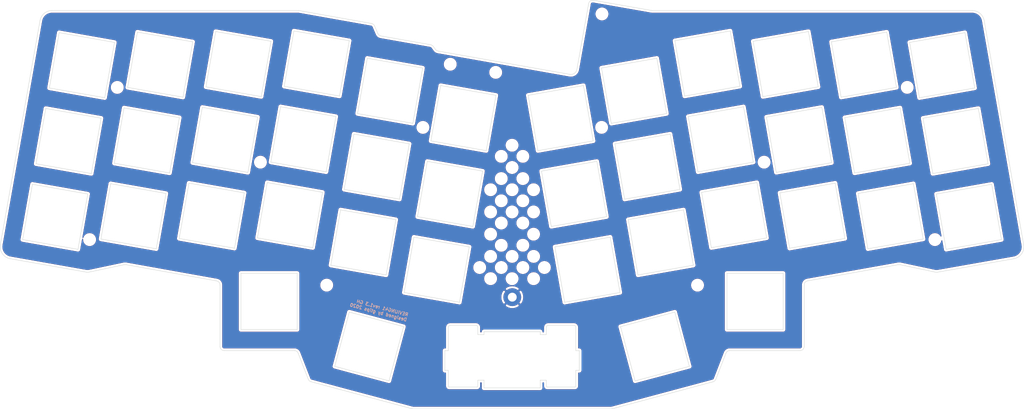
<source format=kicad_pcb>
(kicad_pcb (version 20171130) (host pcbnew "(5.1.9-0-10_14)")
  (title_block (title "REVIUNG41 TOP PLATE") (date 2020-04-01) (rev 1.3))
  (layers (0 F.Cu signal) (31 B.Cu signal) (34 B.Paste user) (35 F.Paste user) (36 B.SilkS user) (37 F.SilkS user) (38 B.Mask user) (39 F.Mask user) (44 Edge.Cuts user))
  (net 0 "")
  (net 1 GND)
  (module _reviung-kbd:HOLE_2.2mm (layer F.Cu) (at 144.75 81.26)
    (fp_text reference Ref**)
    (fp_text value Val**)
    (pad "" np_thru_hole circle (at 0 0) (size 2.2 2.2) (drill 2.2) (layers *.Cu *.Mask))
  )
  (module _reviung-kbd:HOLE_2.2mm (layer F.Cu) (at 142.08 84.01)
    (fp_text reference Ref**)
    (fp_text value Val**)
    (pad "" np_thru_hole circle (at 0 0) (size 2.2 2.2) (drill 2.2) (layers *.Cu *.Mask))
  )
  (module _reviung-kbd:HOLE_2.2mm (layer F.Cu) (at 147.42 84.01)
    (fp_text reference Ref**)
    (fp_text value Val**)
    (pad "" np_thru_hole circle (at 0 0) (size 2.2 2.2) (drill 2.2) (layers *.Cu *.Mask))
  )
  (module _reviung-kbd:HOLE_2.2mm (layer F.Cu) (at 139.44 114.27)
    (fp_text reference Ref**)
    (fp_text value Val**)
    (pad "" np_thru_hole circle (at 0 0) (size 2.2 2.2) (drill 2.2) (layers *.Cu *.Mask))
  )
  (module _reviung-kbd:HOLE_2.2mm (layer F.Cu) (at 144.75 114.28)
    (fp_text reference Ref**)
    (fp_text value Val**)
    (pad "" np_thru_hole circle (at 0 0) (size 2.2 2.2) (drill 2.2) (layers *.Cu *.Mask))
  )
  (module _reviung-kbd:HOLE_2.2mm (layer F.Cu) (at 150.08 114.28)
    (fp_text reference Ref**)
    (fp_text value Val**)
    (pad "" np_thru_hole circle (at 0 0) (size 2.2 2.2) (drill 2.2) (layers *.Cu *.Mask))
  )
  (module _reviung-kbd:HOLE_2.2mm (layer F.Cu) (at 152.75 111.52)
    (fp_text reference Ref**)
    (fp_text value Val**)
    (pad "" np_thru_hole circle (at 0 0) (size 2.2 2.2) (drill 2.2) (layers *.Cu *.Mask))
  )
  (module _reviung-kbd:HOLE_2.2mm (layer F.Cu) (at 147.43 111.52)
    (fp_text reference Ref**)
    (fp_text value Val**)
    (pad "" np_thru_hole circle (at 0 0) (size 2.2 2.2) (drill 2.2) (layers *.Cu *.Mask))
  )
  (module _reviung-kbd:HOLE_2.2mm (layer F.Cu) (at 142.08 111.52)
    (fp_text reference Ref**)
    (fp_text value Val**)
    (pad "" np_thru_hole circle (at 0 0) (size 2.2 2.2) (drill 2.2) (layers *.Cu *.Mask))
  )
  (module _reviung-kbd:HOLE_2.2mm (layer F.Cu) (at 136.74 111.52)
    (fp_text reference Ref**)
    (fp_text value Val**)
    (pad "" np_thru_hole circle (at 0 0) (size 2.2 2.2) (drill 2.2) (layers *.Cu *.Mask))
  )
  (module _reviung-kbd:HOLE_2.2mm (layer F.Cu) (at 150.08 108.77)
    (fp_text reference Ref**)
    (fp_text value Val**)
    (pad "" np_thru_hole circle (at 0 0) (size 2.2 2.2) (drill 2.2) (layers *.Cu *.Mask))
  )
  (module _reviung-kbd:HOLE_2.2mm (layer F.Cu) (at 144.76 108.77)
    (fp_text reference Ref**)
    (fp_text value Val**)
    (pad "" np_thru_hole circle (at 0 0) (size 2.2 2.2) (drill 2.2) (layers *.Cu *.Mask))
  )
  (module _reviung-kbd:HOLE_2.2mm (layer F.Cu) (at 139.44 108.77)
    (fp_text reference Ref**)
    (fp_text value Val**)
    (pad "" np_thru_hole circle (at 0 0) (size 2.2 2.2) (drill 2.2) (layers *.Cu *.Mask))
  )
  (module _reviung-kbd:HOLE_2.2mm (layer F.Cu) (at 147.42 106.01)
    (fp_text reference Ref**)
    (fp_text value Val**)
    (pad "" np_thru_hole circle (at 0 0) (size 2.2 2.2) (drill 2.2) (layers *.Cu *.Mask))
  )
  (module _reviung-kbd:HOLE_2.2mm (layer F.Cu) (at 142.08 106.02)
    (fp_text reference Ref**)
    (fp_text value Val**)
    (pad "" np_thru_hole circle (at 0 0) (size 2.2 2.2) (drill 2.2) (layers *.Cu *.Mask))
  )
  (module _reviung-kbd:HOLE_2.2mm (layer F.Cu) (at 150.07 103.27)
    (fp_text reference Ref**)
    (fp_text value Val**)
    (pad "" np_thru_hole circle (at 0 0) (size 2.2 2.2) (drill 2.2) (layers *.Cu *.Mask))
  )
  (module _reviung-kbd:HOLE_2.2mm (layer F.Cu) (at 139.44 103.27)
    (fp_text reference Ref**)
    (fp_text value Val**)
    (pad "" np_thru_hole circle (at 0 0) (size 2.2 2.2) (drill 2.2) (layers *.Cu *.Mask))
  )
  (module _reviung-kbd:HOLE_2.2mm (layer F.Cu) (at 147.42 100.51)
    (fp_text reference Ref**)
    (fp_text value Val**)
    (pad "" np_thru_hole circle (at 0 0) (size 2.2 2.2) (drill 2.2) (layers *.Cu *.Mask))
  )
  (module _reviung-kbd:HOLE_2.2mm (layer F.Cu) (at 142.09 100.51)
    (fp_text reference Ref**)
    (fp_text value Val**)
    (pad "" np_thru_hole circle (at 0 0) (size 2.2 2.2) (drill 2.2) (layers *.Cu *.Mask))
  )
  (module _reviung-kbd:HOLE_2.2mm (layer F.Cu) (at 150.07 97.77)
    (fp_text reference Ref**)
    (fp_text value Val**)
    (pad "" np_thru_hole circle (at 0 0) (size 2.2 2.2) (drill 2.2) (layers *.Cu *.Mask))
  )
  (module _reviung-kbd:HOLE_2.2mm (layer F.Cu) (at 144.75 97.77)
    (fp_text reference Ref**)
    (fp_text value Val**)
    (pad "" np_thru_hole circle (at 0 0) (size 2.2 2.2) (drill 2.2) (layers *.Cu *.Mask))
  )
  (module _reviung-kbd:HOLE_2.2mm (layer F.Cu) (at 139.44 97.77)
    (fp_text reference Ref**)
    (fp_text value Val**)
    (pad "" np_thru_hole circle (at 0 0) (size 2.2 2.2) (drill 2.2) (layers *.Cu *.Mask))
  )
  (module _reviung-kbd:HOLE_2.2mm (layer F.Cu) (at 147.42 95.01)
    (fp_text reference Ref**)
    (fp_text value Val**)
    (pad "" np_thru_hole circle (at 0 0) (size 2.2 2.2) (drill 2.2) (layers *.Cu *.Mask))
  )
  (module _reviung-kbd:HOLE_2.2mm (layer F.Cu) (at 142.08 95.01)
    (fp_text reference Ref**)
    (fp_text value Val**)
    (pad "" np_thru_hole circle (at 0 0) (size 2.2 2.2) (drill 2.2) (layers *.Cu *.Mask))
  )
  (module _reviung-kbd:HOLE_2.2mm (layer F.Cu) (at 150.07 92.27)
    (fp_text reference Ref**)
    (fp_text value Val**)
    (pad "" np_thru_hole circle (at 0 0) (size 2.2 2.2) (drill 2.2) (layers *.Cu *.Mask))
  )
  (module _reviung-kbd:HOLE_2.2mm (layer F.Cu) (at 144.76 92.27)
    (fp_text reference Ref**)
    (fp_text value Val**)
    (pad "" np_thru_hole circle (at 0 0) (size 2.2 2.2) (drill 2.2) (layers *.Cu *.Mask))
  )
  (module _reviung-kbd:HOLE_2.2mm (layer F.Cu) (at 139.44 92.27)
    (fp_text reference Ref**)
    (fp_text value Val**)
    (pad "" np_thru_hole circle (at 0 0) (size 2.2 2.2) (drill 2.2) (layers *.Cu *.Mask))
  )
  (module _reviung-kbd:HOLE_2.2mm (layer F.Cu) (at 147.42 89.51)
    (fp_text reference Ref**)
    (fp_text value Val**)
    (pad "" np_thru_hole circle (at 0 0) (size 2.2 2.2) (drill 2.2) (layers *.Cu *.Mask))
  )
  (module _reviung-kbd:HOLE_2.2mm (layer F.Cu) (at 142.08 89.51)
    (fp_text reference Ref**)
    (fp_text value Val**)
    (pad "" np_thru_hole circle (at 0 0) (size 2.2 2.2) (drill 2.2) (layers *.Cu *.Mask))
  )
  (module _reviung-kbd:HOLE_2.2mm (layer F.Cu) (at 144.76 86.77)
    (fp_text reference Ref**)
    (fp_text value Val**)
    (pad "" np_thru_hole circle (at 0 0) (size 2.2 2.2) (drill 2.2) (layers *.Cu *.Mask))
  )
  (module _reviung-kbd:HOLE_2.2mm (layer F.Cu) (at 167 48.77)
    (fp_text reference H14 hide)
    (fp_text value H14 hide)
    (pad "" np_thru_hole circle (at 0 0) (size 2.2 2.2) (drill 2.2) (layers *.Cu *.Mask))
  )
  (module _reviung-kbd:HOLE_2.2mm (layer F.Cu) (at 140.7 63.23)
    (fp_text reference H13 hide)
    (fp_text value H13 hide)
    (pad "" np_thru_hole circle (at 0 0) (size 2.2 2.2) (drill 2.2) (layers *.Cu *.Mask))
  )
  (module _reviung-kbd:HOLE_2.2mm (layer F.Cu) (at 129.45 61.22)
    (fp_text reference H12 hide)
    (fp_text value H12 hide)
    (pad "" np_thru_hole circle (at 0 0) (size 2.2 2.2) (drill 2.2) (layers *.Cu *.Mask))
  )
  (module MountingHole:MountingHole_2.2mm_M2 (layer F.Cu) (at 249.4 104.61)
    (fp_text reference H10 hide)
    (fp_text value MountingHole_2.2mm_M2 hide)
    (pad 1 np_thru_hole circle (at 0 0) (size 2.2 2.2) (drill 2.2) (layers *.Cu *.Mask))
  )
  (module MountingHole:MountingHole_2.2mm_M2 (layer F.Cu) (at 242.54 66.94)
    (fp_text reference H9 hide)
    (fp_text value MountingHole_2.2mm_M2 hide)
    (pad 1 np_thru_hole circle (at 0 0) (size 2.2 2.2) (drill 2.2) (layers *.Cu *.Mask))
  )
  (module MountingHole:MountingHole_2.2mm_M2 (layer F.Cu) (at 207.12 85.45)
    (fp_text reference H8 hide)
    (fp_text value MountingHole_2.2mm_M2 hide)
    (pad 1 np_thru_hole circle (at 0 0) (size 2.2 2.2) (drill 2.2) (layers *.Cu *.Mask))
  )
  (module MountingHole:MountingHole_2.2mm_M2 (layer F.Cu) (at 190.65 115.89)
    (fp_text reference H7 hide)
    (fp_text value MountingHole_2.2mm_M2 hide)
    (pad 1 np_thru_hole circle (at 0 0) (size 2.2 2.2) (drill 2.2) (layers *.Cu *.Mask))
  )
  (module MountingHole:MountingHole_2.2mm_M2 (layer F.Cu) (at 166.91 76.84)
    (fp_text reference H6 hide)
    (fp_text value MountingHole_2.2mm_M2 hide)
    (pad 1 np_thru_hole circle (at 0 0) (size 2.2 2.2) (drill 2.2) (layers *.Cu *.Mask))
  )
  (module MountingHole:MountingHole_2.2mm_M2 (layer F.Cu) (at 98.88 115.88)
    (fp_text reference H5 hide)
    (fp_text value MountingHole_2.2mm_M2 hide)
    (pad 1 np_thru_hole circle (at 0 0) (size 2.2 2.2) (drill 2.2) (layers *.Cu *.Mask))
  )
  (module MountingHole:MountingHole_2.2mm_M2 (layer F.Cu) (at 122.69 76.85)
    (fp_text reference H4 hide)
    (fp_text value MountingHole_2.2mm_M2 hide)
    (pad 1 np_thru_hole circle (at 0 0) (size 2.2 2.2) (drill 2.2) (layers *.Cu *.Mask))
  )
  (module MountingHole:MountingHole_2.2mm_M2 (layer F.Cu) (at 82.48 85.45)
    (fp_text reference H3 hide)
    (fp_text value MountingHole_2.2mm_M2 hide)
    (pad 1 np_thru_hole circle (at 0 0) (size 2.2 2.2) (drill 2.2) (layers *.Cu *.Mask))
  )
  (module MountingHole:MountingHole_2.2mm_M2 (layer F.Cu) (at 40.2 104.61)
    (fp_text reference H2 hide)
    (fp_text value MountingHole_2.2mm_M2 hide)
    (pad 1 np_thru_hole circle (at 0 0) (size 2.2 2.2) (drill 2.2) (layers *.Cu *.Mask))
  )
  (module MountingHole:MountingHole_2.2mm_M2 (layer F.Cu) (at 47.05 66.95)
    (fp_text reference H11 hide)
    (fp_text value MountingHole_2.2mm_M2 hide)
    (pad 1 np_thru_hole circle (at 0 0) (size 2.2 2.2) (drill 2.2) (layers *.Cu *.Mask))
  )
  (module MountingHole:MountingHole_2.2mm_M2_Pad (layer F.Cu) (at 144.8 118.86)
    (fp_text reference H1 hide)
    (fp_text value MountingHole_Pad hide)
    (pad 1 thru_hole circle (at 0 0) (size 4.4 4.4) (drill 2.2) (layers *.Cu *.Mask) (net 1 GND))
  )
  (gr_curve (pts (xy 136.288662 140.846668) (xy 136.288662 140.984731) (xy 136.17674 141.096675) (xy 136.038656 141.096675)) (layer Edge.Cuts) (width 0.1))
  (gr_curve (pts (xy 151.710029 139.387563) (xy 151.710029 139.387563) (xy 151.710029 141.324029) (xy 151.710029 141.324029)) (layer Edge.Cuts) (width 0.1))
  (gr_line (start 170.195292 80.911416) (end 183.88412 78.497718) (layer Edge.Cuts) (width 0.1))
  (gr_line (start 169.03929 104.013129) (end 171.452989 117.701957) (layer Edge.Cuts) (width 0.1))
  (gr_line (start 157.76416 120.115656) (end 155.350462 106.426827) (layer Edge.Cuts) (width 0.1))
  (gr_curve (pts (xy 160.54024 140.846668) (xy 160.54024 140.984731) (xy 160.428295 141.096675) (xy 160.290233 141.096675)) (layer Edge.Cuts) (width 0.1))
  (gr_curve (pts (xy 153.72485 125.831823) (xy 153.72485 125.831823) (xy 160.040227 125.831823) (xy 160.040227 125.831823)) (layer Edge.Cuts) (width 0.1))
  (gr_curve (pts (xy 129.463713 125.831823) (xy 129.463713 125.831823) (xy 135.788671 125.831823) (xy 135.788671 125.831823)) (layer Edge.Cuts) (width 0.1))
  (gr_curve (pts (xy 136.288662 139.387563) (xy 136.288662 139.387563) (xy 136.288662 140.846668) (xy 136.288662 140.846668)) (layer Edge.Cuts) (width 0.1))
  (gr_curve (pts (xy 153.474865 141.096675) (xy 153.336782 141.096675) (xy 153.224859 140.984731) (xy 153.224859 140.846668)) (layer Edge.Cuts) (width 0.1))
  (gr_curve (pts (xy 137.802028 127.418591) (xy 137.802028 127.418591) (xy 151.711472 127.418591) (xy 151.711472 127.418591)) (layer Edge.Cuts) (width 0.1))
  (gr_curve (pts (xy 161.375589 132.087212) (xy 161.375589 132.087212) (xy 161.375589 136.977288) (xy 161.375589 136.977288)) (layer Edge.Cuts) (width 0.1))
  (gr_curve (pts (xy 160.040227 125.831823) (xy 160.316373 125.831823) (xy 160.54024 126.055689) (xy 160.54024 126.331835)) (layer Edge.Cuts) (width 0.1))
  (gr_curve (pts (xy 151.711472 128.116696) (xy 151.711472 128.116696) (xy 153.224859 128.116696) (xy 153.224859 128.116696)) (layer Edge.Cuts) (width 0.1))
  (gr_curve (pts (xy 153.224859 126.331835) (xy 153.224859 126.055689) (xy 153.448726 125.831823) (xy 153.72485 125.831823)) (layer Edge.Cuts) (width 0.1))
  (gr_curve (pts (xy 128.963722 126.331835) (xy 128.963722 126.055689) (xy 129.187567 125.831823) (xy 129.463713 125.831823)) (layer Edge.Cuts) (width 0.1))
  (gr_curve (pts (xy 128.128351 132.087212) (xy 128.128351 132.087212) (xy 128.963722 132.087212) (xy 128.963722 132.087212)) (layer Edge.Cuts) (width 0.1))
  (gr_curve (pts (xy 160.54024 136.977288) (xy 160.54024 136.977288) (xy 160.54024 140.846668) (xy 160.54024 140.846668)) (layer Edge.Cuts) (width 0.1))
  (gr_curve (pts (xy 137.802028 128.116696) (xy 137.802028 128.116696) (xy 137.802028 127.418591) (xy 137.802028 127.418591)) (layer Edge.Cuts) (width 0.1))
  (gr_curve (pts (xy 135.788671 125.831823) (xy 136.064795 125.831823) (xy 136.288662 126.055689) (xy 136.288662 126.331835)) (layer Edge.Cuts) (width 0.1))
  (gr_line (start 120.463681 104.013172) (end 134.152509 106.426892) (layer Edge.Cuts) (width 0.1))
  (gr_curve (pts (xy 151.710029 141.324029) (xy 151.710029 141.324029) (xy 137.803471 141.324029) (xy 137.803471 141.324029)) (layer Edge.Cuts) (width 0.1))
  (gr_curve (pts (xy 160.290233 141.096675) (xy 160.290233 141.096675) (xy 153.474865 141.096675) (xy 153.474865 141.096675)) (layer Edge.Cuts) (width 0.1))
  (gr_curve (pts (xy 153.224859 140.846668) (xy 153.224859 140.846668) (xy 153.224859 139.387563) (xy 153.224859 139.387563)) (layer Edge.Cuts) (width 0.1))
  (gr_curve (pts (xy 136.288662 126.331835) (xy 136.288662 126.331835) (xy 136.288662 128.116696) (xy 136.288662 128.116696)) (layer Edge.Cuts) (width 0.1))
  (gr_curve (pts (xy 128.128351 136.977288) (xy 128.128351 136.977288) (xy 128.128351 132.087212) (xy 128.128351 132.087212)) (layer Edge.Cuts) (width 0.1))
  (gr_curve (pts (xy 128.963722 140.846668) (xy 128.963722 140.846668) (xy 128.963722 136.977288) (xy 128.963722 136.977288)) (layer Edge.Cuts) (width 0.1))
  (gr_curve (pts (xy 129.213706 141.096675) (xy 129.075644 141.096675) (xy 128.963722 140.984731) (xy 128.963722 140.846668)) (layer Edge.Cuts) (width 0.1))
  (gr_curve (pts (xy 136.038656 141.096675) (xy 136.038656 141.096675) (xy 129.213706 141.096675) (xy 129.213706 141.096675)) (layer Edge.Cuts) (width 0.1))
  (gr_curve (pts (xy 153.224859 139.387563) (xy 153.224859 139.387563) (xy 151.710029 139.387563) (xy 151.710029 139.387563)) (layer Edge.Cuts) (width 0.1))
  (gr_curve (pts (xy 137.803471 141.324029) (xy 137.803471 141.324029) (xy 137.803471 139.387563) (xy 137.803471 139.387563)) (layer Edge.Cuts) (width 0.1))
  (gr_line (start 103.205152 92.18659) (end 105.61885 78.497761) (layer Edge.Cuts) (width 0.1))
  (gr_line (start 117.898946 126.148769) (end 114.301362 139.575146) (layer Edge.Cuts) (width 0.1))
  (gr_line (start 134.152509 106.426892) (end 131.738789 120.11572) (layer Edge.Cuts) (width 0.1))
  (gr_line (start 155.350462 106.426827) (end 169.03929 104.013129) (layer Edge.Cuts) (width 0.1))
  (gr_line (start 119.307679 80.911481) (end 116.89398 94.60031) (layer Edge.Cuts) (width 0.1))
  (gr_line (start 186.297819 92.186546) (end 172.60899 94.600245) (layer Edge.Cuts) (width 0.1))
  (gr_line (start 183.88412 78.497718) (end 186.297819 92.186546) (layer Edge.Cuts) (width 0.1))
  (gr_curve (pts (xy 160.54024 126.331835) (xy 160.54024 126.331835) (xy 160.54024 132.087212) (xy 160.54024 132.087212)) (layer Edge.Cuts) (width 0.1))
  (gr_line (start 171.452989 117.701957) (end 157.76416 120.115656) (layer Edge.Cuts) (width 0.1))
  (gr_curve (pts (xy 160.54024 132.087212) (xy 160.54024 132.087212) (xy 161.375589 132.087212) (xy 161.375589 132.087212)) (layer Edge.Cuts) (width 0.1))
  (gr_curve (pts (xy 153.224859 128.116696) (xy 153.224859 128.116696) (xy 153.224859 126.331835) (xy 153.224859 126.331835)) (layer Edge.Cuts) (width 0.1))
  (gr_curve (pts (xy 151.711472 127.418591) (xy 151.711472 127.418591) (xy 151.711472 128.116696) (xy 151.711472 128.116696)) (layer Edge.Cuts) (width 0.1))
  (gr_curve (pts (xy 161.375589 136.977288) (xy 161.375589 136.977288) (xy 160.54024 136.977288) (xy 160.54024 136.977288)) (layer Edge.Cuts) (width 0.1))
  (gr_curve (pts (xy 136.288662 128.116696) (xy 136.288662 128.116696) (xy 137.802028 128.116696) (xy 137.802028 128.116696)) (layer Edge.Cuts) (width 0.1))
  (gr_line (start 131.738789 120.11572) (end 118.049961 117.702) (layer Edge.Cuts) (width 0.1))
  (gr_line (start 105.61885 78.497761) (end 119.307679 80.911481) (layer Edge.Cuts) (width 0.1))
  (gr_line (start 116.89398 94.60031) (end 103.205152 92.18659) (layer Edge.Cuts) (width 0.1))
  (gr_curve (pts (xy 137.803471 139.387563) (xy 137.803471 139.387563) (xy 136.288662 139.387563) (xy 136.288662 139.387563)) (layer Edge.Cuts) (width 0.1))
  (gr_curve (pts (xy 128.963722 132.087212) (xy 128.963722 132.087212) (xy 128.963722 126.331835) (xy 128.963722 126.331835)) (layer Edge.Cuts) (width 0.1))
  (gr_curve (pts (xy 128.963722 136.977288) (xy 128.963722 136.977288) (xy 128.128351 136.977288) (xy 128.128351 136.977288)) (layer Edge.Cuts) (width 0.1))
  (gr_line (start 118.049961 117.702) (end 120.463681 104.013172) (layer Edge.Cuts) (width 0.1))
  (gr_line (start 64.789689 90.642369) (end 78.478517 93.056067) (layer Edge.Cuts) (width 0.1))
  (gr_line (start 43.944083 69.501389) (end 30.255255 67.087669) (layer Edge.Cuts) (width 0.1))
  (gr_line (start 49.623603 66.948854) (end 52.037323 53.260025) (layer Edge.Cuts) (width 0.1))
  (gr_line (start 62.375969 104.331197) (end 64.789689 90.642369) (layer Edge.Cuts) (width 0.1))
  (gr_line (start 48.729321 72.020594) (end 62.41815 74.434314) (layer Edge.Cuts) (width 0.1))
  (gr_line (start 82.680802 69.223715) (end 68.991973 66.810016) (layer Edge.Cuts) (width 0.1))
  (gr_line (start 52.037323 53.260025) (end 65.726152 55.673723) (layer Edge.Cuts) (width 0.1))
  (gr_line (start 56.696449 106.883733) (end 43.00762 104.470013) (layer Edge.Cuts) (width 0.1))
  (gr_line (start 46.315601 85.709422) (end 48.729321 72.020594) (layer Edge.Cuts) (width 0.1))
  (gr_line (start 40.636081 88.26198) (end 26.947253 85.84826) (layer Edge.Cuts) (width 0.1))
  (gr_line (start 29.360973 72.159431) (end 43.049801 74.573151) (layer Edge.Cuts) (width 0.1))
  (gr_line (start 115.999677 99.672071) (end 113.585978 113.3609) (layer Edge.Cuts) (width 0.1))
  (gr_line (start 104.460458 55.394994) (end 102.04676 69.083822) (layer Edge.Cuts) (width 0.1))
  (gr_line (start 65.683971 85.570607) (end 68.097669 71.881778) (layer Edge.Cuts) (width 0.1))
  (gr_line (start 113.585978 113.3609) (end 99.89715 110.94718) (layer Edge.Cuts) (width 0.1))
  (gr_line (start 108.926852 59.737192) (end 122.615681 62.150891) (layer Edge.Cuts) (width 0.1))
  (gr_line (start 87.463649 71.741864) (end 101.152478 74.155563) (layer Edge.Cuts) (width 0.1))
  (gr_line (start 39.741799 93.33372) (end 37.328079 107.022549) (layer Edge.Cuts) (width 0.1))
  (gr_line (start 85.049929 85.430693) (end 87.463649 71.741864) (layer Edge.Cuts) (width 0.1))
  (gr_line (start 99.89715 110.94718) (end 102.310848 97.258351) (layer Edge.Cuts) (width 0.1))
  (gr_line (start 106.513132 73.425999) (end 108.926852 59.737192) (layer Edge.Cuts) (width 0.1))
  (gr_line (start 43.049801 74.573151) (end 40.636081 88.26198) (layer Edge.Cuts) (width 0.1))
  (gr_line (start 104.472569 122.551185) (end 117.898946 126.148769) (layer Edge.Cuts) (width 0.1))
  (gr_line (start 60.00443 88.123142) (end 46.315601 85.709422) (layer Edge.Cuts) (width 0.1))
  (gr_line (start 26.05297 90.920022) (end 39.741799 93.33372) (layer Edge.Cuts) (width 0.1))
  (gr_line (start 100.874985 135.977562) (end 104.472569 122.551185) (layer Edge.Cuts) (width 0.1))
  (gr_line (start 84.155647 90.502455) (end 97.844476 92.916153) (layer Edge.Cuts) (width 0.1))
  (gr_line (start 81.741927 104.191283) (end 84.155647 90.502455) (layer Edge.Cuts) (width 0.1))
  (gr_line (start 62.41815 74.434314) (end 60.00443 88.123142) (layer Edge.Cuts) (width 0.1))
  (gr_line (start 59.110147 93.194904) (end 56.696449 106.883733) (layer Edge.Cuts) (width 0.1))
  (gr_line (start 32.668953 53.398841) (end 46.357782 55.812561) (layer Edge.Cuts) (width 0.1))
  (gr_line (start 101.152478 74.155563) (end 98.738758 87.844391) (layer Edge.Cuts) (width 0.1))
  (gr_line (start 37.328079 107.022549) (end 23.63925 104.60885) (layer Edge.Cuts) (width 0.1))
  (gr_line (start 98.738758 87.844391) (end 85.049929 85.430693) (layer Edge.Cuts) (width 0.1))
  (gr_line (start 23.63925 104.60885) (end 26.05297 90.920022) (layer Edge.Cuts) (width 0.1))
  (gr_line (start 63.312432 69.362552) (end 49.623603 66.948854) (layer Edge.Cuts) (width 0.1))
  (gr_line (start 79.372799 87.984305) (end 65.683971 85.570607) (layer Edge.Cuts) (width 0.1))
  (gr_line (start 102.04676 69.083822) (end 88.357931 66.670102) (layer Edge.Cuts) (width 0.1))
  (gr_line (start 68.097669 71.881778) (end 81.786498 74.295477) (layer Edge.Cuts) (width 0.1))
  (gr_line (start 85.0945 55.534886) (end 82.680802 69.223715) (layer Edge.Cuts) (width 0.1))
  (gr_line (start 81.786498 74.295477) (end 79.372799 87.984305) (layer Edge.Cuts) (width 0.1))
  (gr_line (start 71.405672 53.121188) (end 85.0945 55.534886) (layer Edge.Cuts) (width 0.1))
  (gr_line (start 120.201961 75.839719) (end 106.513132 73.425999) (layer Edge.Cuts) (width 0.1))
  (gr_line (start 76.064797 106.744896) (end 62.375969 104.331197) (layer Edge.Cuts) (width 0.1))
  (gr_line (start 97.844476 92.916153) (end 95.430756 106.604982) (layer Edge.Cuts) (width 0.1))
  (gr_line (start 30.255255 67.087669) (end 32.668953 53.398841) (layer Edge.Cuts) (width 0.1))
  (gr_line (start 46.357782 55.812561) (end 43.944083 69.501389) (layer Edge.Cuts) (width 0.1))
  (gr_line (start 65.726152 55.673723) (end 63.312432 69.362552) (layer Edge.Cuts) (width 0.1))
  (gr_line (start 68.991973 66.810016) (end 71.405672 53.121188) (layer Edge.Cuts) (width 0.1))
  (gr_line (start 122.615681 62.150891) (end 120.201961 75.839719) (layer Edge.Cuts) (width 0.1))
  (gr_line (start 102.310848 97.258351) (end 115.999677 99.672071) (layer Edge.Cuts) (width 0.1))
  (gr_line (start 114.301362 139.575146) (end 100.874985 135.977562) (layer Edge.Cuts) (width 0.1))
  (gr_line (start 95.430756 106.604982) (end 81.741927 104.191283) (layer Edge.Cuts) (width 0.1))
  (gr_line (start 77.661681 126.86019) (end 77.661681 112.960198) (layer Edge.Cuts) (width 0.1))
  (gr_line (start 43.00762 104.470013) (end 45.421319 90.781184) (layer Edge.Cuts) (width 0.1))
  (gr_line (start 90.77163 52.981274) (end 104.460458 55.394994) (layer Edge.Cuts) (width 0.1))
  (gr_line (start 45.421319 90.781184) (end 59.110147 93.194904) (layer Edge.Cuts) (width 0.1))
  (gr_line (start 91.561672 112.960198) (end 91.561672 126.86019) (layer Edge.Cuts) (width 0.1))
  (gr_line (start 77.661681 112.960198) (end 91.561672 112.960198) (layer Edge.Cuts) (width 0.1))
  (gr_line (start 88.357931 66.670102) (end 90.77163 52.981274) (layer Edge.Cuts) (width 0.1))
  (gr_line (start 26.947253 85.84826) (end 29.360973 72.159431) (layer Edge.Cuts) (width 0.1))
  (gr_line (start 91.561672 126.86019) (end 77.661681 126.86019) (layer Edge.Cuts) (width 0.1))
  (gr_line (start 78.478517 93.056067) (end 76.064797 106.744896) (layer Edge.Cuts) (width 0.1))
  (gr_line (start 123.771661 85.252603) (end 137.46049 87.666301) (layer Edge.Cuts) (width 0.1))
  (gr_line (start 127.079663 66.492012) (end 140.768492 68.905711) (layer Edge.Cuts) (width 0.1))
  (gr_line (start 151.148199 82.594475) (end 148.734479 68.905646) (layer Edge.Cuts) (width 0.1))
  (gr_line (start 164.837027 80.180776) (end 151.148199 82.594475) (layer Edge.Cuts) (width 0.1))
  (gr_line (start 154.456179 101.355065) (end 152.042481 87.666237) (layer Edge.Cuts) (width 0.1))
  (gr_line (start 246.453191 74.573108) (end 260.14202 72.15941) (layer Edge.Cuts) (width 0.1))
  (gr_line (start 165.731309 85.252538) (end 168.145008 98.941367) (layer Edge.Cuts) (width 0.1))
  (gr_line (start 260.14202 72.15941) (end 262.555718 85.848238) (layer Edge.Cuts) (width 0.1))
  (gr_curve (pts (xy 240.964361 110.858216) (xy 240.964361 110.858216) (xy 249.381476 112.643445) (xy 249.381476 112.643445)) (layer Edge.Cuts) (width 0.1))
  (gr_line (start 166.887311 62.150848) (end 180.57614 59.737127) (layer Edge.Cuts) (width 0.1))
  (gr_line (start 187.454208 69.085889) (end 185.04051 55.397061) (layer Edge.Cuts) (width 0.1))
  (gr_curve (pts (xy 217.867113 114.831553) (xy 217.867113 114.831553) (xy 240.197984 110.845811) (xy 240.197984 110.845811)) (layer Edge.Cuts) (width 0.1))
  (gr_line (start 206.822191 69.223693) (end 204.408492 55.534865) (layer Edge.Cuts) (width 0.1))
  (gr_line (start 207.716473 74.295434) (end 221.405301 71.881735) (layer Edge.Cuts) (width 0.1))
  (gr_line (start 204.451039 85.43276) (end 190.76221 87.84648) (layer Edge.Cuts) (width 0.1))
  (gr_curve (pts (xy 217.042822 115.815995) (xy 217.042822 115.331492) (xy 217.390147 114.916685) (xy 217.867113 114.831553)) (layer Edge.Cuts) (width 0.1))
  (gr_line (start 182.989838 73.425956) (end 169.30101 75.839676) (layer Edge.Cuts) (width 0.1))
  (gr_line (start 185.04051 55.397061) (end 198.729338 52.983362) (layer Edge.Cuts) (width 0.1))
  (gr_line (start 198.729338 52.983362) (end 201.143037 66.672191) (layer Edge.Cuts) (width 0.1))
  (gr_line (start 202.037319 71.743931) (end 204.451039 85.43276) (layer Edge.Cuts) (width 0.1))
  (gr_line (start 190.76221 87.84648) (end 188.34849 74.157651) (layer Edge.Cuts) (width 0.1))
  (gr_line (start 221.405301 71.881735) (end 223.819 85.570564) (layer Edge.Cuts) (width 0.1))
  (gr_line (start 188.34849 74.157651) (end 202.037319 71.743931) (layer Edge.Cuts) (width 0.1))
  (gr_line (start 223.819 85.570564) (end 210.130171 87.984262) (layer Edge.Cuts) (width 0.1))
  (gr_curve (pts (xy 194.509469 139.793111) (xy 194.817728 139.710576) (xy 195.068086 139.485874) (xy 195.183338 139.188295)) (layer Edge.Cuts) (width 0.1))
  (gr_curve (pts (xy 195.183338 139.188295) (xy 195.183338 139.188295) (xy 197.690355 132.715247) (xy 197.690355 132.715247)) (layer Edge.Cuts) (width 0.1))
  (gr_line (start 245.558909 69.501346) (end 243.145189 55.812518) (layer Edge.Cuts) (width 0.1))
  (gr_line (start 204.408492 55.534865) (end 218.097321 53.121145) (layer Edge.Cuts) (width 0.1))
  (gr_line (start 210.130171 87.984262) (end 207.716473 74.295434) (layer Edge.Cuts) (width 0.1))
  (gr_line (start 223.77684 55.67368) (end 237.465669 53.259982) (layer Edge.Cuts) (width 0.1))
  (gr_curve (pts (xy 198.622859 132.076407) (xy 198.622859 132.076407) (xy 216.042822 132.076407) (xy 216.042822 132.076407)) (layer Edge.Cuts) (width 0.1))
  (gr_line (start 239.879367 66.94881) (end 226.190539 69.362509) (layer Edge.Cuts) (width 0.1))
  (gr_curve (pts (xy 217.042822 131.076407) (xy 217.042822 131.076407) (xy 217.042822 115.815995) (xy 217.042822 115.815995)) (layer Edge.Cuts) (width 0.1))
  (gr_line (start 248.866889 88.261937) (end 246.453191 74.573108) (layer Edge.Cuts) (width 0.1))
  (gr_line (start 218.097321 53.121145) (end 220.511019 66.809973) (layer Edge.Cuts) (width 0.1))
  (gr_line (start 173.503294 99.672007) (end 187.192123 97.258308) (layer Edge.Cuts) (width 0.1))
  (gr_line (start 175.916993 113.360835) (end 173.503294 99.672007) (layer Edge.Cuts) (width 0.1))
  (gr_line (start 243.145189 55.812518) (end 256.834017 53.398819) (layer Edge.Cuts) (width 0.1))
  (gr_line (start 137.46049 87.666301) (end 135.046791 101.35513) (layer Edge.Cuts) (width 0.1))
  (gr_curve (pts (xy 216.042822 132.076407) (xy 216.595107 132.076407) (xy 217.042822 131.628691) (xy 217.042822 131.076407)) (layer Edge.Cuts) (width 0.1))
  (gr_curve (pts (xy 250.143428 112.656636) (xy 250.143428 112.656636) (xy 268.932802 109.346551) (xy 268.932802 109.346551)) (layer Edge.Cuts) (width 0.1))
  (gr_curve (pts (xy 240.197984 110.845811) (xy 240.451854 110.800498) (xy 240.712091 110.804711) (xy 240.964361 110.858216)) (layer Edge.Cuts) (width 0.1))
  (gr_line (start 226.190539 69.362509) (end 223.77684 55.67368) (layer Edge.Cuts) (width 0.1))
  (gr_curve (pts (xy 249.381476 112.643445) (xy 249.632267 112.696637) (xy 249.890946 112.701115) (xy 250.143428 112.656636)) (layer Edge.Cuts) (width 0.1))
  (gr_curve (pts (xy 268.932802 109.346551) (xy 270.564721 109.059059) (xy 271.654493 107.502939) (xy 271.366731 105.871068)) (layer Edge.Cuts) (width 0.1))
  (gr_line (start 169.30101 75.839676) (end 166.887311 62.150848) (layer Edge.Cuts) (width 0.1))
  (gr_line (start 148.734479 68.905646) (end 162.423307 66.491948) (layer Edge.Cuts) (width 0.1))
  (gr_line (start 162.423307 66.491948) (end 164.837027 80.180776) (layer Edge.Cuts) (width 0.1))
  (gr_curve (pts (xy 197.690355 132.715247) (xy 197.839484 132.3302) (xy 198.209941 132.076407) (xy 198.622859 132.076407)) (layer Edge.Cuts) (width 0.1))
  (gr_line (start 187.192123 97.258308) (end 189.605821 110.947137) (layer Edge.Cuts) (width 0.1))
  (gr_line (start 220.511019 66.809973) (end 206.822191 69.223693) (layer Edge.Cuts) (width 0.1))
  (gr_line (start 259.247737 67.087648) (end 245.558909 69.501346) (layer Edge.Cuts) (width 0.1))
  (gr_line (start 262.555718 85.848238) (end 248.866889 88.261937) (layer Edge.Cuts) (width 0.1))
  (gr_line (start 237.465669 53.259982) (end 239.879367 66.94881) (layer Edge.Cuts) (width 0.1))
  (gr_line (start 256.834017 53.398819) (end 259.247737 67.087648) (layer Edge.Cuts) (width 0.1))
  (gr_line (start 121.357963 98.941431) (end 123.771661 85.252603) (layer Edge.Cuts) (width 0.1))
  (gr_line (start 135.046791 101.35513) (end 121.357963 98.941431) (layer Edge.Cuts) (width 0.1))
  (gr_line (start 124.665965 80.180841) (end 127.079663 66.492012) (layer Edge.Cuts) (width 0.1))
  (gr_line (start 189.605821 110.947137) (end 175.916993 113.360835) (layer Edge.Cuts) (width 0.1))
  (gr_line (start 180.57614 59.737127) (end 182.989838 73.425956) (layer Edge.Cuts) (width 0.1))
  (gr_line (start 138.354794 82.594539) (end 124.665965 80.180841) (layer Edge.Cuts) (width 0.1))
  (gr_line (start 168.145008 98.941367) (end 154.456179 101.355065) (layer Edge.Cuts) (width 0.1))
  (gr_line (start 152.042481 87.666237) (end 165.731309 85.252538) (layer Edge.Cuts) (width 0.1))
  (gr_line (start 140.768492 68.905711) (end 138.354794 82.594539) (layer Edge.Cuts) (width 0.1))
  (gr_line (start 201.143037 66.672191) (end 187.454208 69.085889) (layer Edge.Cuts) (width 0.1))
  (gr_curve (pts (xy 125.811718 57.558914) (xy 125.811718 57.558914) (xy 125.239529 56.779931) (xy 125.239529 56.779931)) (layer Edge.Cuts) (width 0.1))
  (gr_curve (pts (xy 30.881925 47.923218) (xy 29.426606 47.923215) (xy 28.181183 48.967718) (xy 27.927756 50.400802)) (layer Edge.Cuts) (width 0.1))
  (gr_curve (pts (xy 125.239529 56.779931) (xy 125.087211 56.572564) (xy 124.860825 56.431888) (xy 124.607446 56.387154)) (layer Edge.Cuts) (width 0.1))
  (gr_curve (pts (xy 91.991651 47.923341) (xy 91.991651 47.923341) (xy 30.881925 47.923218) (xy 30.881925 47.923218)) (layer Edge.Cuts) (width 0.1))
  (gr_curve (pts (xy 271.366731 105.871068) (xy 271.366731 105.871068) (xy 261.585432 50.402362) (xy 261.585432 50.402362)) (layer Edge.Cuts) (width 0.1))
  (gr_curve (pts (xy 109.978429 51.126636) (xy 109.978429 51.126636) (xy 91.991651 47.923341) (xy 91.991651 47.923341)) (layer Edge.Cuts) (width 0.1))
  (gr_curve (pts (xy 110.720976 51.714286) (xy 110.587769 51.406198) (xy 110.308882 51.185487) (xy 109.978429 51.126636)) (layer Edge.Cuts) (width 0.1))
  (gr_curve (pts (xy 111.547006 53.624783) (xy 111.547006 53.624783) (xy 110.720976 51.714286) (xy 110.720976 51.714286)) (layer Edge.Cuts) (width 0.1))
  (gr_curve (pts (xy 163.703039 46.191115) (xy 163.703039 46.191115) (xy 160.788374 62.504827) (xy 160.788374 62.504827)) (layer Edge.Cuts) (width 0.1))
  (gr_curve (pts (xy 124.607446 56.387154) (xy 124.607446 56.387154) (xy 112.291025 54.212694) (xy 112.291025 54.212694)) (layer Edge.Cuts) (width 0.1))
  (gr_curve (pts (xy 160.788374 62.504827) (xy 160.642853 63.319325) (xy 159.865292 63.862176) (xy 159.050539 63.718089)) (layer Edge.Cuts) (width 0.1))
  (gr_curve (pts (xy 112.291025 54.212694) (xy 111.959963 54.154245) (xy 111.680423 53.933358) (xy 111.547006 53.624783)) (layer Edge.Cuts) (width 0.1))
  (gr_curve (pts (xy 159.050539 63.718089) (xy 159.050539 63.718089) (xy 126.443517 57.951642) (xy 126.443517 57.951642)) (layer Edge.Cuts) (width 0.1))
  (gr_curve (pts (xy 261.585432 50.402362) (xy 261.332606 48.968615) (xy 260.086882 47.923341) (xy 258.631014 47.923341)) (layer Edge.Cuts) (width 0.1))
  (gr_curve (pts (xy 258.631014 47.923341) (xy 258.631014 47.923341) (xy 179.371694 47.923341) (xy 179.371694 47.923341)) (layer Edge.Cuts) (width 0.1))
  (gr_curve (pts (xy 39.360873 112.656929) (xy 39.612492 112.701217) (xy 39.870268 112.696885) (xy 40.120257 112.644167)) (layer Edge.Cuts) (width 0.1))
  (gr_curve (pts (xy 73.474974 132.076407) (xy 73.474974 132.076407) (xy 90.877171 132.076407) (xy 90.877171 132.076407)) (layer Edge.Cuts) (width 0.1))
  (gr_curve (pts (xy 179.371694 47.923341) (xy 179.371694 47.923341) (xy 164.85995 45.381984) (xy 164.85995 45.381984)) (layer Edge.Cuts) (width 0.1))
  (gr_curve (pts (xy 169.369719 146.52415) (xy 169.369719 146.52415) (xy 194.509469 139.793111) (xy 194.509469 139.793111)) (layer Edge.Cuts) (width 0.1))
  (gr_curve (pts (xy 120.183041 146.52415) (xy 120.183041 146.52415) (xy 169.369719 146.52415) (xy 169.369719 146.52415)) (layer Edge.Cuts) (width 0.1))
  (gr_curve (pts (xy 71.651178 114.84079) (xy 72.127914 114.926128) (xy 72.474974 115.34083) (xy 72.474974 115.825144)) (layer Edge.Cuts) (width 0.1))
  (gr_curve (pts (xy 27.927756 50.400802) (xy 27.927756 50.400802) (xy 18.118649 105.869443) (xy 18.118649 105.869443)) (layer Edge.Cuts) (width 0.1))
  (gr_curve (pts (xy 90.877171 132.076407) (xy 91.289801 132.076407) (xy 91.660061 132.329851) (xy 91.80939 132.714512)) (layer Edge.Cuts) (width 0.1))
  (gr_curve (pts (xy 72.474974 131.076407) (xy 72.474974 131.628691) (xy 72.922689 132.076407) (xy 73.474974 132.076407)) (layer Edge.Cuts) (width 0.1))
  (gr_curve (pts (xy 94.996716 139.792835) (xy 94.996716 139.792835) (xy 120.183041 146.52415) (xy 120.183041 146.52415)) (layer Edge.Cuts) (width 0.1))
  (gr_curve (pts (xy 40.120257 112.644167) (xy 40.120257 112.644167) (xy 48.581343 110.859881) (xy 48.581343 110.859881)) (layer Edge.Cuts) (width 0.1))
  (gr_curve (pts (xy 164.85995 45.381984) (xy 164.317264 45.286946) (xy 163.799939 45.648758) (xy 163.703039 46.191115)) (layer Edge.Cuts) (width 0.1))
  (gr_curve (pts (xy 94.322695 139.188637) (xy 94.438139 139.486014) (xy 94.688533 139.71047) (xy 94.996716 139.792835)) (layer Edge.Cuts) (width 0.1))
  (gr_curve (pts (xy 126.443517 57.951642) (xy 126.190249 57.906852) (xy 125.963977 57.766201) (xy 125.811718 57.558914)) (layer Edge.Cuts) (width 0.1))
  (gr_curve (pts (xy 20.552765 109.34644) (xy 20.552765 109.34644) (xy 39.360873 112.656929) (xy 39.360873 112.656929)) (layer Edge.Cuts) (width 0.1))
  (gr_curve (pts (xy 91.80939 132.714512) (xy 91.80939 132.714512) (xy 94.322695 139.188637) (xy 94.322695 139.188637)) (layer Edge.Cuts) (width 0.1))
  (gr_curve (pts (xy 72.474974 115.825144) (xy 72.474974 115.825144) (xy 72.474974 131.076407) (xy 72.474974 131.076407)) (layer Edge.Cuts) (width 0.1))
  (gr_curve (pts (xy 48.581343 110.859881) (xy 48.833241 110.806761) (xy 49.093027 110.802772) (xy 49.346437 110.848133)) (layer Edge.Cuts) (width 0.1))
  (gr_curve (pts (xy 49.346437 110.848133) (xy 49.346437 110.848133) (xy 71.651178 114.84079) (xy 71.651178 114.84079)) (layer Edge.Cuts) (width 0.1))
  (gr_curve (pts (xy 18.118649 105.869443) (xy 17.829964 107.501907) (xy 18.92007 109.059063) (xy 20.552765 109.34644)) (layer Edge.Cuts) (width 0.1))
  (gr_line (start 194.070191 106.60707) (end 191.656493 92.918242) (layer Edge.Cuts) (width 0.1))
  (gr_line (start 191.656493 92.918242) (end 205.345321 90.504522) (layer Edge.Cuts) (width 0.1))
  (gr_line (start 171.600262 126.150162) (end 185.026638 122.552578) (layer Edge.Cuts) (width 0.1))
  (gr_line (start 232.806522 106.88369) (end 230.392823 93.194861) (layer Edge.Cuts) (width 0.1))
  (gr_line (start 227.084821 74.434271) (end 240.77365 72.020572) (layer Edge.Cuts) (width 0.1))
  (gr_line (start 244.081652 90.781163) (end 246.49535 104.469991) (layer Edge.Cuts) (width 0.1))
  (gr_line (start 246.49535 104.469991) (end 232.806522 106.88369) (layer Edge.Cuts) (width 0.1))
  (gr_line (start 240.77365 72.020572) (end 243.18737 85.709401) (layer Edge.Cuts) (width 0.1))
  (gr_line (start 249.761172 93.333699) (end 263.45 90.92) (layer Edge.Cuts) (width 0.1))
  (gr_line (start 224.713303 90.642325) (end 227.127002 104.331154) (layer Edge.Cuts) (width 0.1))
  (gr_line (start 252.174892 107.022527) (end 249.761172 93.333699) (layer Edge.Cuts) (width 0.1))
  (gr_line (start 211.837791 126.857404) (end 197.937778 126.857404) (layer Edge.Cuts) (width 0.1))
  (gr_line (start 230.392823 93.194861) (end 244.081652 90.781163) (layer Edge.Cuts) (width 0.1))
  (gr_line (start 211.024475 93.056024) (end 224.713303 90.642325) (layer Edge.Cuts) (width 0.1))
  (gr_line (start 175.197846 139.576539) (end 171.600262 126.150162) (layer Edge.Cuts) (width 0.1))
  (gr_line (start 227.127002 104.331154) (end 213.438173 106.744852) (layer Edge.Cuts) (width 0.1))
  (gr_line (start 211.837791 112.957413) (end 211.837791 126.857404) (layer Edge.Cuts) (width 0.1))
  (gr_line (start 188.624201 135.978955) (end 175.197846 139.576539) (layer Edge.Cuts) (width 0.1))
  (gr_line (start 243.18737 85.709401) (end 229.498541 88.123099) (layer Edge.Cuts) (width 0.1))
  (gr_line (start 265.86372 104.608829) (end 252.174892 107.022527) (layer Edge.Cuts) (width 0.1))
  (gr_line (start 197.937778 126.857404) (end 197.9378 112.957413) (layer Edge.Cuts) (width 0.1))
  (gr_line (start 213.438173 106.744852) (end 211.024475 93.056024) (layer Edge.Cuts) (width 0.1))
  (gr_line (start 229.498541 88.123099) (end 227.084821 74.434271) (layer Edge.Cuts) (width 0.1))
  (gr_line (start 207.75902 104.19335) (end 194.070191 106.60707) (layer Edge.Cuts) (width 0.1))
  (gr_line (start 185.026638 122.552578) (end 188.624201 135.978955) (layer Edge.Cuts) (width 0.1))
  (gr_line (start 197.9378 112.957413) (end 211.837791 112.957413) (layer Edge.Cuts) (width 0.1))
  (gr_line (start 205.345321 90.504522) (end 207.75902 104.19335) (layer Edge.Cuts) (width 0.1))
  (gr_line (start 172.60899 94.600245) (end 170.195292 80.911416) (layer Edge.Cuts) (width 0.1))
  (gr_line (start 263.45 90.92) (end 265.86372 104.608829) (layer Edge.Cuts) (width 0.1))
  (gr_text "REVIUNG41 rev1.3 GH\nDesigned by gtips 2020" (at 118.94 123.89 -15) (layer B.SilkS) (effects (font (size 0.8 0.8)) (justify left mirror)))
  (zone (net 1) (net_name GND) (layer F.Cu) (connect_pads (clearance 0.508)) (min_thickness 0.254) (fill yes (arc_segments 32) (thermal_gap 0.508) (thermal_bridge_width 0.508))
    (polygon (pts (xy 28.03 50.33) (xy 28.44 49.34) (xy 29.39 48.44) (xy 30.74 48.01) (xy 91.99 48.02) (xy 110 51.24) (xy 110.38 51.42) (xy 110.65 51.75) (xy 111.54 53.82) (xy 111.76 54.09) (xy 112.18 54.28) (xy 124.61 56.48) (xy 124.93 56.61) (xy 125.18 56.83) (xy 125.82 57.7) (xy 126.05 57.9) (xy 126.4 58.02) (xy 159.12 63.82) (xy 159.6 63.84) (xy 160.2 63.6) (xy 160.69 63.1) (xy 160.88 62.64) (xy 163.81 46.12) (xy 163.98 45.8) (xy 164.4 45.51) (xy 164.78 45.45) (xy 179.36 48.01) (xy 258.75 48.03) (xy 260 48.36) (xy 260.99 49.22) (xy 261.48 50.28) (xy 271.32 106.03) (xy 271.26 107.07) (xy 270.61 108.3) (xy 269.71 108.99) (xy 268.96 109.25) (xy 250.16 112.55) (xy 249.74 112.58) (xy 249.08 112.48) (xy 240.83 110.76) (xy 240.53 110.74) (xy 240.23 110.77) (xy 217.79 114.77) (xy 217.53 114.85) (xy 217.21 115.1) (xy 217.03 115.4) (xy 216.95 115.75) (xy 216.96 131.16) (xy 216.78 131.58) (xy 216.46 131.89) (xy 216.07 131.99) (xy 198.5 131.96) (xy 198.09 132.06) (xy 197.74 132.36) (xy 197.63 132.59) (xy 195.05 139.2) (xy 194.88 139.46) (xy 194.53 139.7) (xy 169.36 146.45) (xy 120.19 146.46) (xy 94.99 139.71) (xy 94.62 139.5) (xy 94.39 139.15) (xy 91.83 132.51) (xy 91.5 132.18) (xy 91.13 132.01) (xy 73.4 131.99) (xy 72.96 131.83) (xy 72.65 131.47) (xy 72.55 131.13) (xy 72.54 115.55) (xy 72.38 115.22) (xy 72.08 114.89) (xy 71.73 114.77) (xy 49.26 110.76) (xy 49.03 110.74) (xy 48.71 110.76) (xy 40.06 112.59) (xy 39.82 112.62) (xy 39.54 112.61) (xy 20.41 109.24) (xy 19.46 108.8) (xy 18.49 107.72) (xy 18.23 106.99) (xy 18.2 106.02)))
  )
  (zone (net 1) (net_name GND) (layer B.Cu) (connect_pads (clearance 0.508)) (min_thickness 0.254) (fill yes (arc_segments 32) (thermal_gap 0.508) (thermal_bridge_width 0.508))
    (polygon (pts (xy 28.03 50.33) (xy 28.44 49.34) (xy 29.39 48.44) (xy 30.73 48.01) (xy 92 48.02) (xy 110.01 51.24) (xy 110.39 51.42) (xy 110.66 51.78) (xy 111.53 53.83) (xy 111.75 54.09) (xy 112.18 54.29) (xy 124.61 56.48) (xy 124.93 56.61) (xy 125.18 56.84) (xy 125.82 57.71) (xy 126.06 57.9) (xy 126.41 58.03) (xy 159.14 63.84) (xy 159.59 63.84) (xy 160.2 63.61) (xy 160.7 63.09) (xy 160.88 62.63) (xy 163.81 46.12) (xy 163.98 45.8) (xy 164.4 45.51) (xy 164.78 45.45) (xy 179.36 48.01) (xy 258.76 48.04) (xy 259.99 48.36) (xy 261 49.24) (xy 261.48 50.29) (xy 271.31 106.04) (xy 271.24 107.06) (xy 270.6 108.29) (xy 269.7 108.97) (xy 268.94 109.25) (xy 250.18 112.54) (xy 249.74 112.58) (xy 249.25 112.51) (xy 240.82 110.75) (xy 240.53 110.73) (xy 240.23 110.76) (xy 217.72 114.78) (xy 217.47 114.87) (xy 217.16 115.13) (xy 217 115.41) (xy 216.93 115.75) (xy 216.95 131.15) (xy 216.77 131.58) (xy 216.45 131.88) (xy 216.07 131.98) (xy 198.52 131.95) (xy 198.05 132.06) (xy 197.7 132.36) (xy 197.57 132.73) (xy 195.05 139.18) (xy 194.87 139.45) (xy 194.51 139.71) (xy 169.36 146.45) (xy 120.21 146.45) (xy 94.98 139.71) (xy 94.61 139.5) (xy 94.39 139.15) (xy 91.83 132.51) (xy 91.49 132.17) (xy 91.12 132) (xy 73.4 131.99) (xy 72.94 131.83) (xy 72.65 131.46) (xy 72.56 131.13) (xy 72.54 115.57) (xy 72.38 115.21) (xy 72.08 114.87) (xy 71.69 114.75) (xy 49.26 110.76) (xy 49.03 110.74) (xy 48.71 110.76) (xy 40.06 112.59) (xy 39.82 112.62) (xy 39.53 112.61) (xy 20.41 109.24) (xy 19.45 108.8) (xy 18.48 107.71) (xy 18.23 107) (xy 18.21 105.99)))
  )
)
</source>
